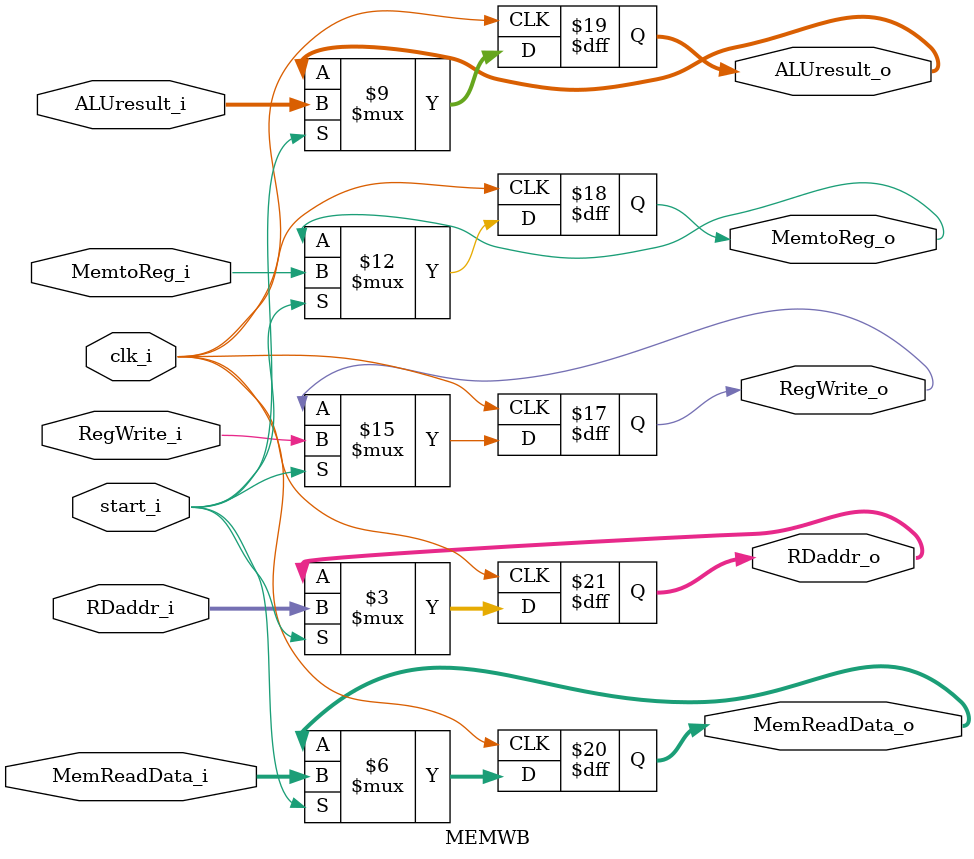
<source format=v>
module MEMWB (
    clk_i,
    start_i,
    // in
    RegWrite_i,
    MemtoReg_i,
    ALUresult_i,
    MemReadData_i,
    RDaddr_i,
    // out
    RegWrite_o,
    MemtoReg_o,
    ALUresult_o,
    MemReadData_o,
    RDaddr_o
);

input clk_i, start_i;
input RegWrite_i, MemtoReg_i;
input [31:0] ALUresult_i, MemReadData_i;
input [4:0] RDaddr_i;

output RegWrite_o, MemtoReg_o;
output [31:0] ALUresult_o, MemReadData_o;
output [4:0] RDaddr_o;

reg RegWrite_o, MemtoReg_o;
reg signed [31:0] ALUresult_o, MemReadData_o;
reg [4:0] RDaddr_o;

always @(posedge clk_i) begin
    if (start_i) begin
        RegWrite_o <= RegWrite_i;
        MemtoReg_o <= MemtoReg_i;
        ALUresult_o <= ALUresult_i;
        MemReadData_o <= MemReadData_i;
        RDaddr_o <= RDaddr_i;
    end
    else begin
        RegWrite_o <= RegWrite_o;
        MemtoReg_o <= MemtoReg_o;
        ALUresult_o <= ALUresult_o;
        MemReadData_o <= MemReadData_o;
        RDaddr_o <= RDaddr_o;
    end
end
endmodule
</source>
